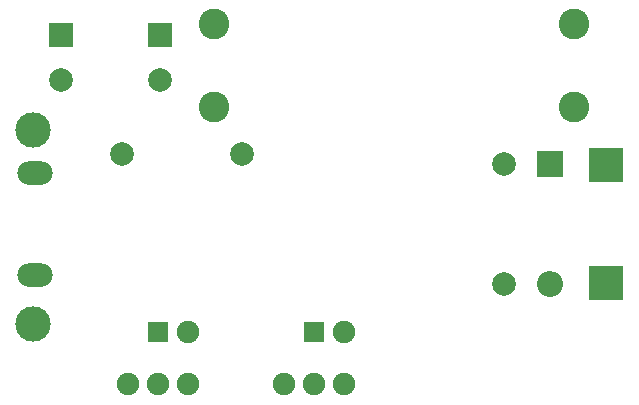
<source format=gbr>
%TF.GenerationSoftware,KiCad,Pcbnew,6.0.2+dfsg-1*%
%TF.CreationDate,2023-06-12T22:10:06+04:00*%
%TF.ProjectId,signal_generator,7369676e-616c-45f6-9765-6e657261746f,rev?*%
%TF.SameCoordinates,Original*%
%TF.FileFunction,Soldermask,Top*%
%TF.FilePolarity,Negative*%
%FSLAX46Y46*%
G04 Gerber Fmt 4.6, Leading zero omitted, Abs format (unit mm)*
G04 Created by KiCad (PCBNEW 6.0.2+dfsg-1) date 2023-06-12 22:10:06*
%MOMM*%
%LPD*%
G01*
G04 APERTURE LIST*
%ADD10O,3.000000X2.000000*%
%ADD11C,3.000000*%
%ADD12C,1.900000*%
%ADD13C,2.000000*%
%ADD14C,2.600000*%
%ADD15R,2.000000X2.000000*%
%ADD16R,1.700000X1.700000*%
%ADD17R,2.200000X2.200000*%
%ADD18O,2.200000X2.200000*%
%ADD19R,3.000000X3.000000*%
G04 APERTURE END LIST*
D10*
%TO.C,J1*%
X66645000Y-108220000D03*
X66645000Y-99580000D03*
%TD*%
D11*
%TO.C,J2*%
X66450000Y-112400000D03*
%TD*%
D12*
%TO.C,RV1*%
X79550000Y-117450000D03*
X77010000Y-117450000D03*
X74470000Y-117450000D03*
%TD*%
D13*
%TO.C,R5*%
X106350000Y-108980000D03*
X106350000Y-98820000D03*
%TD*%
D12*
%TO.C,RV2*%
X92800000Y-117450000D03*
X90260000Y-117450000D03*
X87720000Y-117450000D03*
%TD*%
D11*
%TO.C,J3*%
X66450000Y-95900000D03*
%TD*%
D14*
%TO.C,R4*%
X112245000Y-94000000D03*
X81765000Y-94000000D03*
%TD*%
%TO.C,R3*%
X112245000Y-87000000D03*
X81765000Y-87000000D03*
%TD*%
D15*
%TO.C,C6*%
X68800000Y-87900000D03*
D13*
X68800000Y-91700000D03*
%TD*%
%TO.C,R6*%
X74000000Y-98000000D03*
X84160000Y-98000000D03*
%TD*%
D16*
%TO.C,J7*%
X90250000Y-113000000D03*
D12*
X92790000Y-113000000D03*
%TD*%
D17*
%TO.C,D2*%
X110200000Y-98820000D03*
D18*
X110200000Y-108980000D03*
%TD*%
D16*
%TO.C,J6*%
X77000000Y-113000000D03*
D12*
X79540000Y-113000000D03*
%TD*%
D15*
%TO.C,C5*%
X77200000Y-87897349D03*
D13*
X77200000Y-91697349D03*
%TD*%
D19*
%TO.C,J4*%
X115000000Y-98900000D03*
%TD*%
%TO.C,J5*%
X115000000Y-108900000D03*
%TD*%
M02*

</source>
